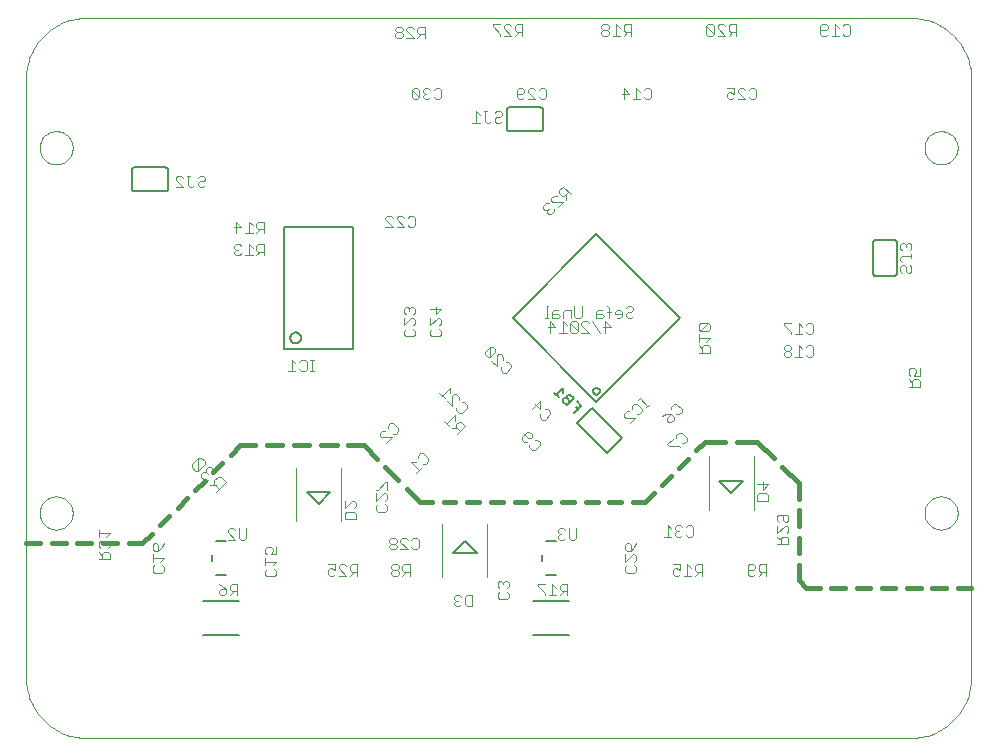
<source format=gbo>
G75*
G70*
%OFA0B0*%
%FSLAX24Y24*%
%IPPOS*%
%LPD*%
%AMOC8*
5,1,8,0,0,1.08239X$1,22.5*
%
%ADD10C,0.0000*%
%ADD11C,0.0160*%
%ADD12C,0.0030*%
%ADD13C,0.0050*%
%ADD14C,0.0040*%
%ADD15C,0.0080*%
%ADD16C,0.0070*%
%ADD17C,0.0060*%
D10*
X011180Y009430D02*
X011180Y029430D01*
X011182Y029525D01*
X011189Y029620D01*
X011200Y029715D01*
X011216Y029809D01*
X011236Y029902D01*
X011261Y029993D01*
X011290Y030084D01*
X011323Y030173D01*
X011361Y030261D01*
X011402Y030346D01*
X011448Y030430D01*
X011497Y030511D01*
X011551Y030590D01*
X011608Y030666D01*
X011669Y030740D01*
X011733Y030810D01*
X011800Y030877D01*
X011870Y030941D01*
X011944Y031002D01*
X012020Y031059D01*
X012099Y031113D01*
X012180Y031162D01*
X012264Y031208D01*
X012349Y031249D01*
X012437Y031287D01*
X012526Y031320D01*
X012617Y031349D01*
X012708Y031374D01*
X012801Y031394D01*
X012895Y031410D01*
X012990Y031421D01*
X013085Y031428D01*
X013180Y031430D01*
X040679Y031430D01*
X040774Y031428D01*
X040869Y031421D01*
X040964Y031410D01*
X041057Y031394D01*
X041150Y031374D01*
X041242Y031349D01*
X041333Y031320D01*
X041422Y031287D01*
X041510Y031249D01*
X041596Y031208D01*
X041679Y031162D01*
X041760Y031112D01*
X041839Y031059D01*
X041915Y031002D01*
X041989Y030941D01*
X042059Y030877D01*
X042127Y030810D01*
X042191Y030740D01*
X042251Y030666D01*
X042308Y030590D01*
X042362Y030511D01*
X042411Y030430D01*
X042457Y030346D01*
X042498Y030261D01*
X042536Y030173D01*
X042569Y030084D01*
X042598Y029993D01*
X042623Y029901D01*
X042643Y029808D01*
X042659Y029714D01*
X042670Y029620D01*
X042677Y029525D01*
X042679Y029429D01*
X042679Y029430D02*
X042673Y009430D01*
X042671Y009335D01*
X042664Y009240D01*
X042653Y009146D01*
X042637Y009052D01*
X042617Y008959D01*
X042592Y008867D01*
X042563Y008776D01*
X042530Y008687D01*
X042492Y008599D01*
X042451Y008514D01*
X042405Y008430D01*
X042356Y008349D01*
X042302Y008270D01*
X042245Y008194D01*
X042185Y008120D01*
X042121Y008050D01*
X042053Y007983D01*
X041983Y007919D01*
X041909Y007858D01*
X041833Y007801D01*
X041754Y007748D01*
X041673Y007698D01*
X041590Y007652D01*
X041504Y007611D01*
X041416Y007573D01*
X041327Y007540D01*
X041237Y007511D01*
X041145Y007486D01*
X041052Y007466D01*
X040958Y007450D01*
X040863Y007439D01*
X040768Y007432D01*
X040673Y007430D01*
X013180Y007430D01*
X013085Y007432D01*
X012990Y007439D01*
X012895Y007450D01*
X012801Y007466D01*
X012708Y007486D01*
X012617Y007511D01*
X012526Y007540D01*
X012437Y007573D01*
X012349Y007611D01*
X012264Y007652D01*
X012180Y007698D01*
X012099Y007747D01*
X012020Y007801D01*
X011944Y007858D01*
X011870Y007919D01*
X011800Y007983D01*
X011733Y008050D01*
X011669Y008120D01*
X011608Y008194D01*
X011551Y008270D01*
X011497Y008349D01*
X011448Y008430D01*
X011402Y008514D01*
X011361Y008599D01*
X011323Y008687D01*
X011290Y008776D01*
X011261Y008867D01*
X011236Y008958D01*
X011216Y009051D01*
X011200Y009145D01*
X011189Y009240D01*
X011182Y009335D01*
X011180Y009430D01*
X011629Y014930D02*
X011631Y014977D01*
X011637Y015023D01*
X011647Y015069D01*
X011660Y015114D01*
X011678Y015157D01*
X011699Y015199D01*
X011723Y015239D01*
X011751Y015276D01*
X011782Y015311D01*
X011816Y015344D01*
X011852Y015373D01*
X011891Y015399D01*
X011932Y015422D01*
X011975Y015441D01*
X012019Y015457D01*
X012064Y015469D01*
X012110Y015477D01*
X012157Y015481D01*
X012203Y015481D01*
X012250Y015477D01*
X012296Y015469D01*
X012341Y015457D01*
X012385Y015441D01*
X012428Y015422D01*
X012469Y015399D01*
X012508Y015373D01*
X012544Y015344D01*
X012578Y015311D01*
X012609Y015276D01*
X012637Y015239D01*
X012661Y015199D01*
X012682Y015157D01*
X012700Y015114D01*
X012713Y015069D01*
X012723Y015023D01*
X012729Y014977D01*
X012731Y014930D01*
X012729Y014883D01*
X012723Y014837D01*
X012713Y014791D01*
X012700Y014746D01*
X012682Y014703D01*
X012661Y014661D01*
X012637Y014621D01*
X012609Y014584D01*
X012578Y014549D01*
X012544Y014516D01*
X012508Y014487D01*
X012469Y014461D01*
X012428Y014438D01*
X012385Y014419D01*
X012341Y014403D01*
X012296Y014391D01*
X012250Y014383D01*
X012203Y014379D01*
X012157Y014379D01*
X012110Y014383D01*
X012064Y014391D01*
X012019Y014403D01*
X011975Y014419D01*
X011932Y014438D01*
X011891Y014461D01*
X011852Y014487D01*
X011816Y014516D01*
X011782Y014549D01*
X011751Y014584D01*
X011723Y014621D01*
X011699Y014661D01*
X011678Y014703D01*
X011660Y014746D01*
X011647Y014791D01*
X011637Y014837D01*
X011631Y014883D01*
X011629Y014930D01*
X011629Y027103D02*
X011631Y027150D01*
X011637Y027196D01*
X011647Y027242D01*
X011660Y027287D01*
X011678Y027330D01*
X011699Y027372D01*
X011723Y027412D01*
X011751Y027449D01*
X011782Y027484D01*
X011816Y027517D01*
X011852Y027546D01*
X011891Y027572D01*
X011932Y027595D01*
X011975Y027614D01*
X012019Y027630D01*
X012064Y027642D01*
X012110Y027650D01*
X012157Y027654D01*
X012203Y027654D01*
X012250Y027650D01*
X012296Y027642D01*
X012341Y027630D01*
X012385Y027614D01*
X012428Y027595D01*
X012469Y027572D01*
X012508Y027546D01*
X012544Y027517D01*
X012578Y027484D01*
X012609Y027449D01*
X012637Y027412D01*
X012661Y027372D01*
X012682Y027330D01*
X012700Y027287D01*
X012713Y027242D01*
X012723Y027196D01*
X012729Y027150D01*
X012731Y027103D01*
X012729Y027056D01*
X012723Y027010D01*
X012713Y026964D01*
X012700Y026919D01*
X012682Y026876D01*
X012661Y026834D01*
X012637Y026794D01*
X012609Y026757D01*
X012578Y026722D01*
X012544Y026689D01*
X012508Y026660D01*
X012469Y026634D01*
X012428Y026611D01*
X012385Y026592D01*
X012341Y026576D01*
X012296Y026564D01*
X012250Y026556D01*
X012203Y026552D01*
X012157Y026552D01*
X012110Y026556D01*
X012064Y026564D01*
X012019Y026576D01*
X011975Y026592D01*
X011932Y026611D01*
X011891Y026634D01*
X011852Y026660D01*
X011816Y026689D01*
X011782Y026722D01*
X011751Y026757D01*
X011723Y026794D01*
X011699Y026834D01*
X011678Y026876D01*
X011660Y026919D01*
X011647Y026964D01*
X011637Y027010D01*
X011631Y027056D01*
X011629Y027103D01*
X041125Y027103D02*
X041127Y027150D01*
X041133Y027196D01*
X041143Y027242D01*
X041156Y027287D01*
X041174Y027330D01*
X041195Y027372D01*
X041219Y027412D01*
X041247Y027449D01*
X041278Y027484D01*
X041312Y027517D01*
X041348Y027546D01*
X041387Y027572D01*
X041428Y027595D01*
X041471Y027614D01*
X041515Y027630D01*
X041560Y027642D01*
X041606Y027650D01*
X041653Y027654D01*
X041699Y027654D01*
X041746Y027650D01*
X041792Y027642D01*
X041837Y027630D01*
X041881Y027614D01*
X041924Y027595D01*
X041965Y027572D01*
X042004Y027546D01*
X042040Y027517D01*
X042074Y027484D01*
X042105Y027449D01*
X042133Y027412D01*
X042157Y027372D01*
X042178Y027330D01*
X042196Y027287D01*
X042209Y027242D01*
X042219Y027196D01*
X042225Y027150D01*
X042227Y027103D01*
X042225Y027056D01*
X042219Y027010D01*
X042209Y026964D01*
X042196Y026919D01*
X042178Y026876D01*
X042157Y026834D01*
X042133Y026794D01*
X042105Y026757D01*
X042074Y026722D01*
X042040Y026689D01*
X042004Y026660D01*
X041965Y026634D01*
X041924Y026611D01*
X041881Y026592D01*
X041837Y026576D01*
X041792Y026564D01*
X041746Y026556D01*
X041699Y026552D01*
X041653Y026552D01*
X041606Y026556D01*
X041560Y026564D01*
X041515Y026576D01*
X041471Y026592D01*
X041428Y026611D01*
X041387Y026634D01*
X041348Y026660D01*
X041312Y026689D01*
X041278Y026722D01*
X041247Y026757D01*
X041219Y026794D01*
X041195Y026834D01*
X041174Y026876D01*
X041156Y026919D01*
X041143Y026964D01*
X041133Y027010D01*
X041127Y027056D01*
X041125Y027103D01*
X041125Y014930D02*
X041127Y014977D01*
X041133Y015023D01*
X041143Y015069D01*
X041156Y015114D01*
X041174Y015157D01*
X041195Y015199D01*
X041219Y015239D01*
X041247Y015276D01*
X041278Y015311D01*
X041312Y015344D01*
X041348Y015373D01*
X041387Y015399D01*
X041428Y015422D01*
X041471Y015441D01*
X041515Y015457D01*
X041560Y015469D01*
X041606Y015477D01*
X041653Y015481D01*
X041699Y015481D01*
X041746Y015477D01*
X041792Y015469D01*
X041837Y015457D01*
X041881Y015441D01*
X041924Y015422D01*
X041965Y015399D01*
X042004Y015373D01*
X042040Y015344D01*
X042074Y015311D01*
X042105Y015276D01*
X042133Y015239D01*
X042157Y015199D01*
X042178Y015157D01*
X042196Y015114D01*
X042209Y015069D01*
X042219Y015023D01*
X042225Y014977D01*
X042227Y014930D01*
X042225Y014883D01*
X042219Y014837D01*
X042209Y014791D01*
X042196Y014746D01*
X042178Y014703D01*
X042157Y014661D01*
X042133Y014621D01*
X042105Y014584D01*
X042074Y014549D01*
X042040Y014516D01*
X042004Y014487D01*
X041965Y014461D01*
X041924Y014438D01*
X041881Y014419D01*
X041837Y014403D01*
X041792Y014391D01*
X041746Y014383D01*
X041699Y014379D01*
X041653Y014379D01*
X041606Y014383D01*
X041560Y014391D01*
X041515Y014403D01*
X041471Y014419D01*
X041428Y014438D01*
X041387Y014461D01*
X041348Y014487D01*
X041312Y014516D01*
X041278Y014549D01*
X041247Y014584D01*
X041219Y014621D01*
X041195Y014661D01*
X041174Y014703D01*
X041156Y014746D01*
X041143Y014791D01*
X041133Y014837D01*
X041127Y014883D01*
X041125Y014930D01*
D11*
X040996Y012430D02*
X040548Y012430D01*
X040154Y012430D02*
X039706Y012430D01*
X039312Y012430D02*
X038864Y012430D01*
X038470Y012430D02*
X038022Y012430D01*
X037628Y012430D02*
X037180Y012430D01*
X036930Y012680D01*
X036930Y013197D01*
X036930Y013591D02*
X036930Y014108D01*
X036930Y014502D02*
X036930Y015019D01*
X036930Y015413D02*
X036930Y015930D01*
X036382Y016478D01*
X036103Y016757D02*
X035555Y017305D01*
X034877Y017305D01*
X034483Y017305D02*
X033805Y017305D01*
X033514Y017014D01*
X033235Y016735D02*
X032944Y016444D01*
X032666Y016166D02*
X032375Y015875D01*
X032096Y015596D02*
X031805Y015305D01*
X031409Y015305D01*
X031016Y015305D02*
X030620Y015305D01*
X030226Y015305D02*
X029831Y015305D01*
X029437Y015305D02*
X029041Y015305D01*
X028648Y015305D02*
X028252Y015305D01*
X027858Y015305D02*
X027462Y015305D01*
X027069Y015305D02*
X026673Y015305D01*
X026279Y015305D02*
X025884Y015305D01*
X025490Y015305D02*
X025094Y015305D01*
X024701Y015305D02*
X024305Y015305D01*
X023866Y015744D01*
X023587Y016023D02*
X023148Y016462D01*
X022869Y016741D02*
X022430Y017180D01*
X021920Y017180D01*
X021526Y017180D02*
X021016Y017180D01*
X020623Y017180D02*
X020112Y017180D01*
X019719Y017180D02*
X019209Y017180D01*
X018815Y017180D02*
X018305Y017180D01*
X017995Y016870D01*
X017717Y016592D02*
X017407Y016282D01*
X017129Y016004D02*
X016819Y015694D01*
X016541Y015416D02*
X016231Y015106D01*
X015953Y014828D02*
X015643Y014518D01*
X015365Y014240D02*
X015055Y013930D01*
X014595Y013930D01*
X014201Y013930D02*
X013741Y013930D01*
X013348Y013930D02*
X012887Y013930D01*
X012494Y013930D02*
X012034Y013930D01*
X011640Y013930D02*
X011180Y013930D01*
X041390Y012430D02*
X041838Y012430D01*
X042232Y012430D02*
X042680Y012430D01*
D12*
X036590Y013895D02*
X036590Y014080D01*
X036529Y014142D01*
X036405Y014142D01*
X036343Y014080D01*
X036343Y013895D01*
X036220Y013895D02*
X036590Y013895D01*
X036343Y014018D02*
X036220Y014142D01*
X036220Y014263D02*
X036467Y014510D01*
X036529Y014510D01*
X036590Y014448D01*
X036590Y014325D01*
X036529Y014263D01*
X036220Y014263D02*
X036220Y014510D01*
X036282Y014632D02*
X036220Y014693D01*
X036220Y014817D01*
X036282Y014879D01*
X036529Y014879D01*
X036590Y014817D01*
X036590Y014693D01*
X036529Y014632D01*
X036467Y014632D01*
X036405Y014693D01*
X036405Y014879D01*
X035915Y015345D02*
X035915Y015530D01*
X035854Y015592D01*
X035607Y015592D01*
X035545Y015530D01*
X035545Y015345D01*
X035915Y015345D01*
X035730Y015713D02*
X035730Y015960D01*
X035545Y015898D02*
X035915Y015898D01*
X035730Y015713D01*
X033420Y014454D02*
X033420Y014207D01*
X033358Y014145D01*
X033235Y014145D01*
X033173Y014207D01*
X033052Y014207D02*
X032990Y014145D01*
X032866Y014145D01*
X032805Y014207D01*
X032805Y014268D01*
X032866Y014330D01*
X032928Y014330D01*
X032866Y014330D02*
X032805Y014392D01*
X032805Y014454D01*
X032866Y014515D01*
X032990Y014515D01*
X033052Y014454D01*
X033173Y014454D02*
X033235Y014515D01*
X033358Y014515D01*
X033420Y014454D01*
X032683Y014392D02*
X032560Y014515D01*
X032560Y014145D01*
X032683Y014145D02*
X032436Y014145D01*
X031515Y013924D02*
X031454Y013800D01*
X031330Y013677D01*
X031330Y013862D01*
X031268Y013924D01*
X031207Y013924D01*
X031145Y013862D01*
X031145Y013738D01*
X031207Y013677D01*
X031330Y013677D01*
X031392Y013555D02*
X031454Y013555D01*
X031515Y013494D01*
X031515Y013370D01*
X031454Y013308D01*
X031454Y013187D02*
X031515Y013125D01*
X031515Y013002D01*
X031454Y012940D01*
X031207Y012940D01*
X031145Y013002D01*
X031145Y013125D01*
X031207Y013187D01*
X031145Y013308D02*
X031392Y013555D01*
X031145Y013555D02*
X031145Y013308D01*
X032731Y013215D02*
X032978Y013215D01*
X032978Y013030D01*
X032855Y013092D01*
X032793Y013092D01*
X032731Y013030D01*
X032731Y012907D01*
X032793Y012845D01*
X032917Y012845D01*
X032978Y012907D01*
X033100Y012845D02*
X033347Y012845D01*
X033468Y012845D02*
X033592Y012968D01*
X033530Y012968D02*
X033715Y012968D01*
X033715Y012845D02*
X033715Y013215D01*
X033530Y013215D01*
X033468Y013154D01*
X033468Y013030D01*
X033530Y012968D01*
X033347Y013092D02*
X033223Y013215D01*
X033223Y012845D01*
X035225Y012907D02*
X035225Y013154D01*
X035287Y013215D01*
X035410Y013215D01*
X035472Y013154D01*
X035472Y013092D01*
X035410Y013030D01*
X035225Y013030D01*
X035225Y012907D02*
X035287Y012845D01*
X035410Y012845D01*
X035472Y012907D01*
X035593Y012845D02*
X035717Y012968D01*
X035655Y012968D02*
X035840Y012968D01*
X035840Y012845D02*
X035840Y013215D01*
X035655Y013215D01*
X035593Y013154D01*
X035593Y013030D01*
X035655Y012968D01*
X032987Y017127D02*
X032944Y017171D01*
X032595Y017171D01*
X032551Y017215D01*
X032726Y017389D01*
X032855Y017431D02*
X032855Y017519D01*
X032942Y017606D01*
X033030Y017606D01*
X033204Y017431D01*
X033204Y017344D01*
X033117Y017257D01*
X033030Y017257D01*
X032682Y017955D02*
X032594Y017955D01*
X032551Y017999D01*
X032551Y018086D01*
X032682Y018217D01*
X032769Y018130D01*
X032769Y018043D01*
X032682Y017955D01*
X032682Y018217D02*
X032507Y018217D01*
X032376Y018174D01*
X032680Y018390D02*
X032680Y018478D01*
X032768Y018565D01*
X032855Y018565D01*
X033029Y018390D01*
X033029Y018303D01*
X032942Y018216D01*
X032855Y018216D01*
X033595Y020270D02*
X033965Y020270D01*
X033965Y020455D01*
X033904Y020517D01*
X033780Y020517D01*
X033718Y020455D01*
X033718Y020270D01*
X033718Y020393D02*
X033595Y020517D01*
X033595Y020638D02*
X033595Y020885D01*
X033595Y020762D02*
X033965Y020762D01*
X033842Y020638D01*
X033904Y021007D02*
X033657Y021007D01*
X033904Y021254D01*
X033657Y021254D01*
X033595Y021192D01*
X033595Y021068D01*
X033657Y021007D01*
X033904Y021007D02*
X033965Y021068D01*
X033965Y021192D01*
X033904Y021254D01*
X036436Y021265D02*
X036436Y021204D01*
X036683Y020957D01*
X036683Y020895D01*
X036805Y020895D02*
X037052Y020895D01*
X036928Y020895D02*
X036928Y021265D01*
X037052Y021142D01*
X037173Y021204D02*
X037235Y021265D01*
X037358Y021265D01*
X037420Y021204D01*
X037420Y020957D01*
X037358Y020895D01*
X037235Y020895D01*
X037173Y020957D01*
X037235Y020515D02*
X037358Y020515D01*
X037420Y020454D01*
X037420Y020207D01*
X037358Y020145D01*
X037235Y020145D01*
X037173Y020207D01*
X037052Y020145D02*
X036805Y020145D01*
X036928Y020145D02*
X036928Y020515D01*
X037052Y020392D01*
X037173Y020454D02*
X037235Y020515D01*
X036683Y020454D02*
X036683Y020392D01*
X036622Y020330D01*
X036498Y020330D01*
X036436Y020268D01*
X036436Y020207D01*
X036498Y020145D01*
X036622Y020145D01*
X036683Y020207D01*
X036683Y020268D01*
X036622Y020330D01*
X036498Y020330D02*
X036436Y020392D01*
X036436Y020454D01*
X036498Y020515D01*
X036622Y020515D01*
X036683Y020454D01*
X036683Y021265D02*
X036436Y021265D01*
X040320Y023007D02*
X040382Y022945D01*
X040320Y023007D02*
X040320Y023130D01*
X040382Y023192D01*
X040443Y023192D01*
X040505Y023130D01*
X040505Y023007D01*
X040567Y022945D01*
X040629Y022945D01*
X040690Y023007D01*
X040690Y023130D01*
X040629Y023192D01*
X040690Y023437D02*
X040690Y023560D01*
X040690Y023498D02*
X040382Y023498D01*
X040320Y023437D01*
X040320Y023375D01*
X040382Y023313D01*
X040382Y023682D02*
X040320Y023743D01*
X040320Y023867D01*
X040382Y023929D01*
X040443Y023929D01*
X040505Y023867D01*
X040505Y023805D01*
X040505Y023867D02*
X040567Y023929D01*
X040629Y023929D01*
X040690Y023867D01*
X040690Y023743D01*
X040629Y023682D01*
X040657Y019760D02*
X040595Y019698D01*
X040595Y019575D01*
X040657Y019513D01*
X040780Y019513D02*
X040842Y019637D01*
X040842Y019698D01*
X040780Y019760D01*
X040657Y019760D01*
X040780Y019513D02*
X040965Y019513D01*
X040965Y019760D01*
X040904Y019392D02*
X040780Y019392D01*
X040718Y019330D01*
X040718Y019145D01*
X040595Y019145D02*
X040965Y019145D01*
X040965Y019330D01*
X040904Y019392D01*
X040718Y019268D02*
X040595Y019392D01*
X031415Y021507D02*
X031353Y021445D01*
X031230Y021445D01*
X031168Y021507D01*
X031168Y021568D01*
X031230Y021630D01*
X031353Y021630D01*
X031415Y021692D01*
X031415Y021754D01*
X031353Y021815D01*
X031230Y021815D01*
X031168Y021754D01*
X031047Y021630D02*
X030985Y021692D01*
X030862Y021692D01*
X030800Y021630D01*
X030800Y021568D01*
X031047Y021568D01*
X031047Y021507D02*
X031047Y021630D01*
X031047Y021507D02*
X030985Y021445D01*
X030862Y021445D01*
X030617Y021445D02*
X030617Y021754D01*
X030555Y021815D01*
X030555Y021630D02*
X030678Y021630D01*
X030433Y021507D02*
X030371Y021568D01*
X030186Y021568D01*
X030186Y021630D02*
X030186Y021445D01*
X030371Y021445D01*
X030433Y021507D01*
X030371Y021692D02*
X030248Y021692D01*
X030186Y021630D01*
X030050Y021315D02*
X030297Y020945D01*
X030480Y020945D02*
X030480Y021315D01*
X030665Y021130D01*
X030418Y021130D01*
X029928Y021254D02*
X029867Y021315D01*
X029743Y021315D01*
X029681Y021254D01*
X029681Y021192D01*
X029928Y020945D01*
X029681Y020945D01*
X029560Y021007D02*
X029313Y021254D01*
X029313Y021007D01*
X029375Y020945D01*
X029498Y020945D01*
X029560Y021007D01*
X029560Y021254D01*
X029498Y021315D01*
X029375Y021315D01*
X029313Y021254D01*
X029192Y021192D02*
X029068Y021315D01*
X029068Y020945D01*
X028945Y020945D02*
X029192Y020945D01*
X028823Y021130D02*
X028577Y021130D01*
X028638Y020945D02*
X028638Y021315D01*
X028823Y021130D01*
X028898Y021445D02*
X028960Y021507D01*
X028898Y021568D01*
X028713Y021568D01*
X028713Y021630D02*
X028713Y021445D01*
X028898Y021445D01*
X029081Y021445D02*
X029081Y021630D01*
X029143Y021692D01*
X029328Y021692D01*
X029328Y021445D01*
X029449Y021507D02*
X029449Y021815D01*
X029696Y021815D02*
X029696Y021507D01*
X029634Y021445D01*
X029511Y021445D01*
X029449Y021507D01*
X028898Y021692D02*
X028774Y021692D01*
X028713Y021630D01*
X028591Y021445D02*
X028468Y021445D01*
X028530Y021445D02*
X028530Y021815D01*
X028591Y021815D01*
X026824Y020388D02*
X026736Y020475D01*
X026649Y020475D01*
X026649Y020126D01*
X026562Y020126D01*
X026474Y020214D01*
X026474Y020301D01*
X026649Y020475D01*
X026824Y020388D02*
X026824Y020301D01*
X026649Y020126D01*
X026691Y019997D02*
X026866Y019822D01*
X026866Y020171D01*
X026909Y020215D01*
X026997Y020215D01*
X027084Y020128D01*
X027084Y020040D01*
X027170Y019955D02*
X027257Y019955D01*
X027344Y019867D01*
X027344Y019780D01*
X027170Y019605D01*
X027083Y019605D01*
X026995Y019693D01*
X026995Y019780D01*
X028128Y018568D02*
X028303Y018394D01*
X028303Y018655D01*
X028041Y018394D01*
X028302Y018220D02*
X028302Y018133D01*
X028389Y018046D01*
X028476Y018046D01*
X028651Y018220D01*
X028651Y018308D01*
X028563Y018395D01*
X028476Y018395D01*
X027956Y017640D02*
X028043Y017553D01*
X028043Y017465D01*
X027999Y017422D01*
X027912Y017422D01*
X027781Y017553D01*
X027869Y017640D02*
X027956Y017640D01*
X027869Y017640D02*
X027694Y017465D01*
X027694Y017378D01*
X027781Y017291D01*
X027869Y017291D01*
X027954Y017205D02*
X027954Y017117D01*
X028042Y017030D01*
X028129Y017030D01*
X028304Y017205D01*
X028304Y017292D01*
X028216Y017379D01*
X028129Y017379D01*
X025810Y017839D02*
X025548Y017577D01*
X025635Y017664D02*
X025504Y017795D01*
X025504Y017882D01*
X025592Y017970D01*
X025679Y017970D01*
X025810Y017839D01*
X025548Y017751D02*
X025373Y017751D01*
X025288Y017837D02*
X025113Y018012D01*
X025200Y017925D02*
X025462Y018186D01*
X025462Y018012D01*
X025604Y018270D02*
X025517Y018358D01*
X025517Y018445D01*
X025388Y018487D02*
X025388Y018836D01*
X025431Y018880D01*
X025519Y018880D01*
X025606Y018793D01*
X025606Y018705D01*
X025692Y018619D02*
X025779Y018619D01*
X025866Y018532D01*
X025866Y018445D01*
X025692Y018270D01*
X025604Y018270D01*
X025388Y018487D02*
X025213Y018662D01*
X025127Y018748D02*
X024953Y018922D01*
X025040Y018835D02*
X025302Y019097D01*
X025302Y018922D01*
X024954Y020815D02*
X024707Y020815D01*
X024645Y020877D01*
X024645Y021000D01*
X024707Y021062D01*
X024645Y021183D02*
X024892Y021430D01*
X024954Y021430D01*
X025015Y021369D01*
X025015Y021245D01*
X024954Y021183D01*
X024954Y021062D02*
X025015Y021000D01*
X025015Y020877D01*
X024954Y020815D01*
X024645Y021183D02*
X024645Y021430D01*
X024830Y021552D02*
X024830Y021799D01*
X024645Y021737D02*
X025015Y021737D01*
X024830Y021552D01*
X024140Y021613D02*
X024140Y021737D01*
X024079Y021799D01*
X024017Y021799D01*
X023955Y021737D01*
X023893Y021799D01*
X023832Y021799D01*
X023770Y021737D01*
X023770Y021613D01*
X023832Y021552D01*
X023770Y021430D02*
X023770Y021183D01*
X024017Y021430D01*
X024079Y021430D01*
X024140Y021369D01*
X024140Y021245D01*
X024079Y021183D01*
X024079Y021062D02*
X024140Y021000D01*
X024140Y020877D01*
X024079Y020815D01*
X023832Y020815D01*
X023770Y020877D01*
X023770Y021000D01*
X023832Y021062D01*
X024079Y021552D02*
X024140Y021613D01*
X023955Y021675D02*
X023955Y021737D01*
X020772Y020040D02*
X020649Y020040D01*
X020710Y020040D02*
X020710Y019670D01*
X020649Y019670D02*
X020772Y019670D01*
X020527Y019732D02*
X020465Y019670D01*
X020341Y019670D01*
X020280Y019732D01*
X020158Y019670D02*
X019911Y019670D01*
X020035Y019670D02*
X020035Y020040D01*
X020158Y019917D01*
X020280Y019979D02*
X020341Y020040D01*
X020465Y020040D01*
X020527Y019979D01*
X020527Y019732D01*
X023231Y017841D02*
X023318Y017929D01*
X023405Y017929D01*
X023580Y017754D01*
X023580Y017667D01*
X023493Y017579D01*
X023405Y017579D01*
X023363Y017450D02*
X023014Y017450D01*
X022970Y017494D01*
X022970Y017581D01*
X023058Y017668D01*
X023145Y017668D01*
X023231Y017754D02*
X023231Y017841D01*
X023363Y017450D02*
X023188Y017275D01*
X024014Y016624D02*
X024276Y016363D01*
X024363Y016450D02*
X024188Y016275D01*
X024188Y016624D02*
X024014Y016624D01*
X024231Y016754D02*
X024231Y016841D01*
X024318Y016929D01*
X024405Y016929D01*
X024580Y016754D01*
X024580Y016667D01*
X024493Y016579D01*
X024405Y016579D01*
X023215Y015954D02*
X023215Y015707D01*
X023154Y015585D02*
X023215Y015523D01*
X023215Y015400D01*
X023154Y015338D01*
X023154Y015217D02*
X023215Y015155D01*
X023215Y015032D01*
X023154Y014970D01*
X022907Y014970D01*
X022845Y015032D01*
X022845Y015155D01*
X022907Y015217D01*
X022845Y015338D02*
X023092Y015585D01*
X023154Y015585D01*
X022907Y015707D02*
X023154Y015954D01*
X023215Y015954D01*
X022907Y015707D02*
X022845Y015707D01*
X022845Y015585D02*
X022845Y015338D01*
X022165Y015273D02*
X022165Y015150D01*
X022104Y015088D01*
X022104Y014967D02*
X021857Y014967D01*
X021795Y014905D01*
X021795Y014720D01*
X022165Y014720D01*
X022165Y014905D01*
X022104Y014967D01*
X022165Y015273D02*
X022104Y015335D01*
X022042Y015335D01*
X021795Y015088D01*
X021795Y015335D01*
X023281Y014029D02*
X023281Y013967D01*
X023343Y013905D01*
X023467Y013905D01*
X023528Y013967D01*
X023528Y014029D01*
X023467Y014090D01*
X023343Y014090D01*
X023281Y014029D01*
X023343Y013905D02*
X023281Y013843D01*
X023281Y013782D01*
X023343Y013720D01*
X023467Y013720D01*
X023528Y013782D01*
X023528Y013843D01*
X023467Y013905D01*
X023650Y013967D02*
X023650Y014029D01*
X023712Y014090D01*
X023835Y014090D01*
X023897Y014029D01*
X024018Y014029D02*
X024080Y014090D01*
X024203Y014090D01*
X024265Y014029D01*
X024265Y013782D01*
X024203Y013720D01*
X024080Y013720D01*
X024018Y013782D01*
X023897Y013720D02*
X023650Y013967D01*
X023650Y013720D02*
X023897Y013720D01*
X023965Y013215D02*
X023780Y013215D01*
X023718Y013154D01*
X023718Y013030D01*
X023780Y012968D01*
X023965Y012968D01*
X023965Y012845D02*
X023965Y013215D01*
X023842Y012968D02*
X023718Y012845D01*
X023597Y012907D02*
X023597Y012968D01*
X023535Y013030D01*
X023412Y013030D01*
X023350Y012968D01*
X023350Y012907D01*
X023412Y012845D01*
X023535Y012845D01*
X023597Y012907D01*
X023535Y013030D02*
X023597Y013092D01*
X023597Y013154D01*
X023535Y013215D01*
X023412Y013215D01*
X023350Y013154D01*
X023350Y013092D01*
X023412Y013030D01*
X022215Y012968D02*
X022030Y012968D01*
X021968Y013030D01*
X021968Y013154D01*
X022030Y013215D01*
X022215Y013215D01*
X022215Y012845D01*
X022092Y012968D02*
X021968Y012845D01*
X021847Y012845D02*
X021600Y013092D01*
X021600Y013154D01*
X021662Y013215D01*
X021785Y013215D01*
X021847Y013154D01*
X021847Y012845D02*
X021600Y012845D01*
X021478Y012907D02*
X021417Y012845D01*
X021293Y012845D01*
X021231Y012907D01*
X021231Y013030D01*
X021293Y013092D01*
X021355Y013092D01*
X021478Y013030D01*
X021478Y013215D01*
X021231Y013215D01*
X019515Y013307D02*
X019145Y013307D01*
X019145Y013430D02*
X019145Y013183D01*
X019207Y013062D02*
X019145Y013000D01*
X019145Y012877D01*
X019207Y012815D01*
X019454Y012815D01*
X019515Y012877D01*
X019515Y013000D01*
X019454Y013062D01*
X019392Y013183D02*
X019515Y013307D01*
X019515Y013552D02*
X019330Y013552D01*
X019392Y013675D01*
X019392Y013737D01*
X019330Y013799D01*
X019207Y013799D01*
X019145Y013737D01*
X019145Y013613D01*
X019207Y013552D01*
X019515Y013552D02*
X019515Y013799D01*
X018515Y014107D02*
X018515Y014415D01*
X018268Y014415D02*
X018268Y014107D01*
X018330Y014045D01*
X018453Y014045D01*
X018515Y014107D01*
X018147Y014045D02*
X017900Y014292D01*
X017900Y014354D01*
X017962Y014415D01*
X018085Y014415D01*
X018147Y014354D01*
X018147Y014045D02*
X017900Y014045D01*
X018030Y012565D02*
X017968Y012504D01*
X017968Y012380D01*
X018030Y012318D01*
X018215Y012318D01*
X018215Y012195D02*
X018215Y012565D01*
X018030Y012565D01*
X018092Y012318D02*
X017968Y012195D01*
X017847Y012257D02*
X017785Y012195D01*
X017662Y012195D01*
X017600Y012257D01*
X017600Y012318D01*
X017662Y012380D01*
X017847Y012380D01*
X017847Y012257D01*
X017847Y012380D02*
X017723Y012504D01*
X017600Y012565D01*
X015765Y013002D02*
X015704Y012940D01*
X015457Y012940D01*
X015395Y013002D01*
X015395Y013125D01*
X015457Y013187D01*
X015395Y013308D02*
X015395Y013555D01*
X015395Y013432D02*
X015765Y013432D01*
X015642Y013308D01*
X015704Y013187D02*
X015765Y013125D01*
X015765Y013002D01*
X015580Y013677D02*
X015580Y013862D01*
X015518Y013924D01*
X015457Y013924D01*
X015395Y013862D01*
X015395Y013738D01*
X015457Y013677D01*
X015580Y013677D01*
X015704Y013800D01*
X015765Y013924D01*
X013965Y013944D02*
X013965Y013820D01*
X013904Y013758D01*
X013904Y013637D02*
X013780Y013637D01*
X013718Y013575D01*
X013718Y013390D01*
X013595Y013390D02*
X013965Y013390D01*
X013965Y013575D01*
X013904Y013637D01*
X013718Y013513D02*
X013595Y013637D01*
X013657Y013758D02*
X013595Y013820D01*
X013595Y013944D01*
X013657Y014005D01*
X013718Y014005D01*
X013780Y013944D01*
X013780Y013882D01*
X013780Y013944D02*
X013842Y014005D01*
X013904Y014005D01*
X013965Y013944D01*
X013842Y014127D02*
X013965Y014250D01*
X013595Y014250D01*
X013595Y014127D02*
X013595Y014374D01*
X025436Y012129D02*
X025436Y012067D01*
X025498Y012005D01*
X025436Y011943D01*
X025436Y011882D01*
X025498Y011820D01*
X025622Y011820D01*
X025683Y011882D01*
X025805Y011882D02*
X025805Y012129D01*
X025866Y012190D01*
X026052Y012190D01*
X026052Y011820D01*
X025866Y011820D01*
X025805Y011882D01*
X025560Y012005D02*
X025498Y012005D01*
X025436Y012129D02*
X025498Y012190D01*
X025622Y012190D01*
X025683Y012129D01*
X026895Y012120D02*
X026895Y012244D01*
X026957Y012305D01*
X026957Y012427D02*
X026895Y012488D01*
X026895Y012612D01*
X026957Y012674D01*
X027018Y012674D01*
X027080Y012612D01*
X027080Y012550D01*
X027080Y012612D02*
X027142Y012674D01*
X027204Y012674D01*
X027265Y012612D01*
X027265Y012488D01*
X027204Y012427D01*
X027204Y012305D02*
X027265Y012244D01*
X027265Y012120D01*
X027204Y012058D01*
X026957Y012058D01*
X026895Y012120D01*
X028231Y012504D02*
X028478Y012257D01*
X028478Y012195D01*
X028600Y012195D02*
X028847Y012195D01*
X028968Y012195D02*
X029092Y012318D01*
X029030Y012318D02*
X029215Y012318D01*
X029215Y012195D02*
X029215Y012565D01*
X029030Y012565D01*
X028968Y012504D01*
X028968Y012380D01*
X029030Y012318D01*
X028847Y012442D02*
X028723Y012565D01*
X028723Y012195D01*
X028478Y012565D02*
X028231Y012565D01*
X028231Y012504D01*
X028962Y014045D02*
X029085Y014045D01*
X029147Y014107D01*
X029268Y014107D02*
X029268Y014415D01*
X029147Y014354D02*
X029085Y014415D01*
X028962Y014415D01*
X028900Y014354D01*
X028900Y014292D01*
X028962Y014230D01*
X028900Y014168D01*
X028900Y014107D01*
X028962Y014045D01*
X028962Y014230D02*
X029023Y014230D01*
X029268Y014107D02*
X029330Y014045D01*
X029453Y014045D01*
X029515Y014107D01*
X029515Y014415D01*
X019095Y023520D02*
X019095Y023890D01*
X018910Y023890D01*
X018848Y023829D01*
X018848Y023705D01*
X018910Y023643D01*
X019095Y023643D01*
X018972Y023643D02*
X018848Y023520D01*
X018727Y023520D02*
X018480Y023520D01*
X018603Y023520D02*
X018603Y023890D01*
X018727Y023767D01*
X018358Y023829D02*
X018297Y023890D01*
X018173Y023890D01*
X018111Y023829D01*
X018111Y023767D01*
X018173Y023705D01*
X018111Y023643D01*
X018111Y023582D01*
X018173Y023520D01*
X018297Y023520D01*
X018358Y023582D01*
X018235Y023705D02*
X018173Y023705D01*
X018173Y024270D02*
X018173Y024640D01*
X018358Y024455D01*
X018111Y024455D01*
X018480Y024270D02*
X018727Y024270D01*
X018848Y024270D02*
X018972Y024393D01*
X018910Y024393D02*
X019095Y024393D01*
X019095Y024270D02*
X019095Y024640D01*
X018910Y024640D01*
X018848Y024579D01*
X018848Y024455D01*
X018910Y024393D01*
X018727Y024517D02*
X018603Y024640D01*
X018603Y024270D01*
X017083Y025795D02*
X017145Y025857D01*
X017083Y025795D02*
X016960Y025795D01*
X016898Y025857D01*
X016898Y025918D01*
X016960Y025980D01*
X017083Y025980D01*
X017145Y026042D01*
X017145Y026104D01*
X017083Y026165D01*
X016960Y026165D01*
X016898Y026104D01*
X016653Y026165D02*
X016530Y026165D01*
X016591Y026165D02*
X016591Y025857D01*
X016653Y025795D01*
X016715Y025795D01*
X016777Y025857D01*
X016408Y025795D02*
X016161Y026042D01*
X016161Y026104D01*
X016223Y026165D01*
X016347Y026165D01*
X016408Y026104D01*
X016408Y025795D02*
X016161Y025795D01*
X023156Y024779D02*
X023218Y024840D01*
X023342Y024840D01*
X023403Y024779D01*
X023525Y024779D02*
X023587Y024840D01*
X023710Y024840D01*
X023772Y024779D01*
X023893Y024779D02*
X023955Y024840D01*
X024078Y024840D01*
X024140Y024779D01*
X024140Y024532D01*
X024078Y024470D01*
X023955Y024470D01*
X023893Y024532D01*
X023772Y024470D02*
X023525Y024717D01*
X023525Y024779D01*
X023525Y024470D02*
X023772Y024470D01*
X023403Y024470D02*
X023156Y024717D01*
X023156Y024779D01*
X023156Y024470D02*
X023403Y024470D01*
X026056Y027945D02*
X026303Y027945D01*
X026180Y027945D02*
X026180Y028315D01*
X026303Y028192D01*
X026425Y028315D02*
X026548Y028315D01*
X026487Y028315D02*
X026487Y028007D01*
X026548Y027945D01*
X026610Y027945D01*
X026672Y028007D01*
X026793Y028007D02*
X026855Y027945D01*
X026978Y027945D01*
X027040Y028007D01*
X026978Y028130D02*
X026855Y028130D01*
X026793Y028068D01*
X026793Y028007D01*
X026978Y028130D02*
X027040Y028192D01*
X027040Y028254D01*
X026978Y028315D01*
X026855Y028315D01*
X026793Y028254D01*
X027531Y028782D02*
X027531Y029029D01*
X027593Y029090D01*
X027717Y029090D01*
X027778Y029029D01*
X027778Y028967D01*
X027717Y028905D01*
X027531Y028905D01*
X027531Y028782D02*
X027593Y028720D01*
X027717Y028720D01*
X027778Y028782D01*
X027900Y028720D02*
X028147Y028720D01*
X027900Y028967D01*
X027900Y029029D01*
X027962Y029090D01*
X028085Y029090D01*
X028147Y029029D01*
X028268Y029029D02*
X028330Y029090D01*
X028453Y029090D01*
X028515Y029029D01*
X028515Y028782D01*
X028453Y028720D01*
X028330Y028720D01*
X028268Y028782D01*
X027715Y030845D02*
X027715Y031215D01*
X027530Y031215D01*
X027468Y031154D01*
X027468Y031030D01*
X027530Y030968D01*
X027715Y030968D01*
X027592Y030968D02*
X027468Y030845D01*
X027347Y030845D02*
X027100Y031092D01*
X027100Y031154D01*
X027162Y031215D01*
X027285Y031215D01*
X027347Y031154D01*
X027347Y030845D02*
X027100Y030845D01*
X026978Y030845D02*
X026978Y030907D01*
X026731Y031154D01*
X026731Y031215D01*
X026978Y031215D01*
X024470Y031140D02*
X024470Y030770D01*
X024470Y030893D02*
X024285Y030893D01*
X024223Y030955D01*
X024223Y031079D01*
X024285Y031140D01*
X024470Y031140D01*
X024347Y030893D02*
X024223Y030770D01*
X024102Y030770D02*
X023855Y031017D01*
X023855Y031079D01*
X023916Y031140D01*
X024040Y031140D01*
X024102Y031079D01*
X024102Y030770D02*
X023855Y030770D01*
X023733Y030832D02*
X023733Y030893D01*
X023672Y030955D01*
X023548Y030955D01*
X023486Y030893D01*
X023486Y030832D01*
X023548Y030770D01*
X023672Y030770D01*
X023733Y030832D01*
X023672Y030955D02*
X023733Y031017D01*
X023733Y031079D01*
X023672Y031140D01*
X023548Y031140D01*
X023486Y031079D01*
X023486Y031017D01*
X023548Y030955D01*
X024093Y029090D02*
X024031Y029029D01*
X024278Y028782D01*
X024217Y028720D01*
X024093Y028720D01*
X024031Y028782D01*
X024031Y029029D01*
X024093Y029090D02*
X024217Y029090D01*
X024278Y029029D01*
X024278Y028782D01*
X024400Y028782D02*
X024462Y028720D01*
X024585Y028720D01*
X024647Y028782D01*
X024768Y028782D02*
X024830Y028720D01*
X024953Y028720D01*
X025015Y028782D01*
X025015Y029029D01*
X024953Y029090D01*
X024830Y029090D01*
X024768Y029029D01*
X024647Y029029D02*
X024585Y029090D01*
X024462Y029090D01*
X024400Y029029D01*
X024400Y028967D01*
X024462Y028905D01*
X024400Y028843D01*
X024400Y028782D01*
X024462Y028905D02*
X024523Y028905D01*
X028685Y025420D02*
X028772Y025508D01*
X028859Y025508D01*
X028945Y025594D02*
X029033Y025506D01*
X029120Y025506D01*
X029251Y025637D01*
X029338Y025550D02*
X029076Y025812D01*
X028945Y025681D01*
X028945Y025594D01*
X029164Y025550D02*
X029164Y025375D01*
X029078Y025290D02*
X028729Y025290D01*
X028685Y025333D01*
X028685Y025420D01*
X028599Y025247D02*
X028512Y025247D01*
X028424Y025160D01*
X028424Y025073D01*
X028468Y025029D01*
X028555Y025029D01*
X028555Y024942D01*
X028599Y024898D01*
X028686Y024898D01*
X028774Y024985D01*
X028774Y025073D01*
X028903Y025115D02*
X029078Y025290D01*
X028599Y025073D02*
X028555Y025029D01*
X031093Y028720D02*
X031093Y029090D01*
X031278Y028905D01*
X031031Y028905D01*
X031400Y028720D02*
X031647Y028720D01*
X031523Y028720D02*
X031523Y029090D01*
X031647Y028967D01*
X031768Y029029D02*
X031830Y029090D01*
X031953Y029090D01*
X032015Y029029D01*
X032015Y028782D01*
X031953Y028720D01*
X031830Y028720D01*
X031768Y028782D01*
X031340Y030845D02*
X031340Y031215D01*
X031155Y031215D01*
X031093Y031154D01*
X031093Y031030D01*
X031155Y030968D01*
X031340Y030968D01*
X031217Y030968D02*
X031093Y030845D01*
X030972Y030845D02*
X030725Y030845D01*
X030848Y030845D02*
X030848Y031215D01*
X030972Y031092D01*
X030603Y031092D02*
X030603Y031154D01*
X030542Y031215D01*
X030418Y031215D01*
X030356Y031154D01*
X030356Y031092D01*
X030418Y031030D01*
X030542Y031030D01*
X030603Y031092D01*
X030542Y031030D02*
X030603Y030968D01*
X030603Y030907D01*
X030542Y030845D01*
X030418Y030845D01*
X030356Y030907D01*
X030356Y030968D01*
X030418Y031030D01*
X033856Y030907D02*
X033918Y030845D01*
X034042Y030845D01*
X034103Y030907D01*
X033856Y031154D01*
X033856Y030907D01*
X033856Y031154D02*
X033918Y031215D01*
X034042Y031215D01*
X034103Y031154D01*
X034103Y030907D01*
X034225Y030845D02*
X034472Y030845D01*
X034225Y031092D01*
X034225Y031154D01*
X034287Y031215D01*
X034410Y031215D01*
X034472Y031154D01*
X034593Y031154D02*
X034593Y031030D01*
X034655Y030968D01*
X034840Y030968D01*
X034840Y030845D02*
X034840Y031215D01*
X034655Y031215D01*
X034593Y031154D01*
X034717Y030968D02*
X034593Y030845D01*
X034531Y029090D02*
X034778Y029090D01*
X034778Y028905D01*
X034655Y028967D01*
X034593Y028967D01*
X034531Y028905D01*
X034531Y028782D01*
X034593Y028720D01*
X034717Y028720D01*
X034778Y028782D01*
X034900Y028720D02*
X035147Y028720D01*
X034900Y028967D01*
X034900Y029029D01*
X034962Y029090D01*
X035085Y029090D01*
X035147Y029029D01*
X035268Y029029D02*
X035330Y029090D01*
X035453Y029090D01*
X035515Y029029D01*
X035515Y028782D01*
X035453Y028720D01*
X035330Y028720D01*
X035268Y028782D01*
X037656Y030907D02*
X037718Y030845D01*
X037842Y030845D01*
X037903Y030907D01*
X038025Y030845D02*
X038272Y030845D01*
X038148Y030845D02*
X038148Y031215D01*
X038272Y031092D01*
X038393Y031154D02*
X038455Y031215D01*
X038578Y031215D01*
X038640Y031154D01*
X038640Y030907D01*
X038578Y030845D01*
X038455Y030845D01*
X038393Y030907D01*
X037903Y031092D02*
X037842Y031030D01*
X037656Y031030D01*
X037656Y030907D02*
X037656Y031154D01*
X037718Y031215D01*
X037842Y031215D01*
X037903Y031154D01*
X037903Y031092D01*
D13*
X030180Y024214D02*
X032964Y021430D01*
X030180Y018646D01*
X027396Y021430D01*
X030180Y024214D01*
X030077Y018990D02*
X030079Y019011D01*
X030085Y019030D01*
X030094Y019049D01*
X030106Y019065D01*
X030122Y019079D01*
X030139Y019090D01*
X030158Y019098D01*
X030179Y019102D01*
X030199Y019102D01*
X030220Y019098D01*
X030239Y019090D01*
X030256Y019079D01*
X030272Y019065D01*
X030284Y019049D01*
X030293Y019030D01*
X030299Y019011D01*
X030301Y018990D01*
X030299Y018969D01*
X030293Y018950D01*
X030284Y018931D01*
X030272Y018915D01*
X030256Y018901D01*
X030239Y018890D01*
X030220Y018882D01*
X030199Y018878D01*
X030179Y018878D01*
X030158Y018882D01*
X030139Y018890D01*
X030122Y018901D01*
X030106Y018915D01*
X030094Y018931D01*
X030085Y018950D01*
X030079Y018969D01*
X030077Y018990D01*
D14*
X031109Y018232D02*
X031194Y018317D01*
X031279Y018317D01*
X031370Y018408D02*
X031370Y018493D01*
X031454Y018577D01*
X031539Y018577D01*
X031709Y018408D01*
X031709Y018323D01*
X031624Y018238D01*
X031539Y018238D01*
X031491Y018105D02*
X031152Y018105D01*
X031109Y018147D01*
X031109Y018232D01*
X031321Y017935D02*
X031491Y018105D01*
X031840Y018454D02*
X031925Y018539D01*
X031883Y018496D02*
X031628Y018751D01*
X031586Y018709D02*
X031671Y018794D01*
X033930Y016820D02*
X033930Y015040D01*
X035430Y015040D02*
X035430Y016820D01*
X026555Y014570D02*
X026555Y012790D01*
X025055Y012790D02*
X025055Y014570D01*
X021680Y014665D02*
X021680Y016445D01*
X020180Y016445D02*
X020180Y014665D01*
X017838Y015963D02*
X017675Y016126D01*
X017566Y016126D01*
X017458Y016017D01*
X017458Y015909D01*
X017621Y015746D01*
X017512Y015638D02*
X017838Y015963D01*
X017512Y015855D02*
X017295Y015855D01*
X017241Y016017D02*
X017132Y016017D01*
X017024Y016126D01*
X017024Y016234D01*
X017078Y016289D01*
X017187Y016289D01*
X017241Y016234D01*
X017187Y016289D02*
X017187Y016397D01*
X017241Y016451D01*
X017349Y016451D01*
X017458Y016343D01*
X017458Y016234D01*
X017132Y016560D02*
X017132Y016668D01*
X017024Y016777D01*
X016915Y016777D01*
X016915Y016343D01*
X016807Y016343D01*
X016698Y016451D01*
X016698Y016560D01*
X016915Y016777D01*
X017132Y016560D02*
X016915Y016343D01*
D15*
X017511Y013990D02*
X017849Y013990D01*
X017361Y013536D02*
X017361Y013324D01*
X017511Y012870D02*
X017849Y012870D01*
X020536Y015631D02*
X020930Y015228D01*
X021324Y015631D01*
X020536Y015631D01*
X025411Y013604D02*
X026199Y013604D01*
X025805Y014007D01*
X025411Y013604D01*
X028361Y013536D02*
X028361Y013324D01*
X028511Y012870D02*
X028849Y012870D01*
X028849Y013990D02*
X028511Y013990D01*
X030556Y016928D02*
X029553Y017931D01*
X030054Y018432D01*
X031057Y017429D01*
X030556Y016928D01*
X034286Y016006D02*
X035074Y016006D01*
X034680Y015603D01*
X034286Y016006D01*
D16*
X029688Y018493D02*
X029532Y018649D01*
X029427Y018754D02*
X029310Y018871D01*
X029232Y018871D01*
X029194Y018832D01*
X029194Y018754D01*
X029310Y018637D01*
X029194Y018520D02*
X029427Y018754D01*
X029194Y018754D02*
X029116Y018754D01*
X029077Y018715D01*
X029077Y018637D01*
X029194Y018520D01*
X029493Y018454D02*
X029571Y018377D01*
X029688Y018493D02*
X029454Y018260D01*
X028933Y018781D02*
X028777Y018936D01*
X028855Y018859D02*
X029089Y019092D01*
X029089Y018936D01*
D17*
X022082Y020383D02*
X019778Y020383D01*
X019778Y024477D01*
X022082Y024477D01*
X022082Y020383D01*
X019981Y020767D02*
X019983Y020793D01*
X019989Y020819D01*
X019998Y020844D01*
X020011Y020867D01*
X020027Y020888D01*
X020046Y020906D01*
X020068Y020922D01*
X020091Y020934D01*
X020116Y020942D01*
X020142Y020947D01*
X020169Y020948D01*
X020195Y020945D01*
X020220Y020938D01*
X020245Y020928D01*
X020267Y020914D01*
X020288Y020897D01*
X020305Y020878D01*
X020320Y020856D01*
X020331Y020832D01*
X020339Y020806D01*
X020343Y020780D01*
X020343Y020754D01*
X020339Y020728D01*
X020331Y020702D01*
X020320Y020678D01*
X020305Y020656D01*
X020288Y020637D01*
X020267Y020620D01*
X020245Y020606D01*
X020220Y020596D01*
X020195Y020589D01*
X020169Y020586D01*
X020142Y020587D01*
X020116Y020592D01*
X020091Y020600D01*
X020068Y020612D01*
X020046Y020628D01*
X020027Y020646D01*
X020011Y020667D01*
X019998Y020690D01*
X019989Y020715D01*
X019983Y020741D01*
X019981Y020767D01*
X015805Y025655D02*
X014805Y025655D01*
X014788Y025657D01*
X014771Y025661D01*
X014755Y025668D01*
X014741Y025678D01*
X014728Y025691D01*
X014718Y025705D01*
X014711Y025721D01*
X014707Y025738D01*
X014705Y025755D01*
X014705Y026355D01*
X014707Y026372D01*
X014711Y026389D01*
X014718Y026405D01*
X014728Y026419D01*
X014741Y026432D01*
X014755Y026442D01*
X014771Y026449D01*
X014788Y026453D01*
X014805Y026455D01*
X015805Y026455D01*
X015822Y026453D01*
X015839Y026449D01*
X015855Y026442D01*
X015869Y026432D01*
X015882Y026419D01*
X015892Y026405D01*
X015899Y026389D01*
X015903Y026372D01*
X015905Y026355D01*
X015905Y025755D01*
X015903Y025738D01*
X015899Y025721D01*
X015892Y025705D01*
X015882Y025691D01*
X015869Y025678D01*
X015855Y025668D01*
X015839Y025661D01*
X015822Y025657D01*
X015805Y025655D01*
X027205Y027755D02*
X027205Y028355D01*
X027207Y028372D01*
X027211Y028389D01*
X027218Y028405D01*
X027228Y028419D01*
X027241Y028432D01*
X027255Y028442D01*
X027271Y028449D01*
X027288Y028453D01*
X027305Y028455D01*
X028305Y028455D01*
X028322Y028453D01*
X028339Y028449D01*
X028355Y028442D01*
X028369Y028432D01*
X028382Y028419D01*
X028392Y028405D01*
X028399Y028389D01*
X028403Y028372D01*
X028405Y028355D01*
X028405Y027755D01*
X028403Y027738D01*
X028399Y027721D01*
X028392Y027705D01*
X028382Y027691D01*
X028369Y027678D01*
X028355Y027668D01*
X028339Y027661D01*
X028322Y027657D01*
X028305Y027655D01*
X027305Y027655D01*
X027288Y027657D01*
X027271Y027661D01*
X027255Y027668D01*
X027241Y027678D01*
X027228Y027691D01*
X027218Y027705D01*
X027211Y027721D01*
X027207Y027738D01*
X027205Y027755D01*
X039405Y023930D02*
X039405Y022930D01*
X039407Y022913D01*
X039411Y022896D01*
X039418Y022880D01*
X039428Y022866D01*
X039441Y022853D01*
X039455Y022843D01*
X039471Y022836D01*
X039488Y022832D01*
X039505Y022830D01*
X040105Y022830D01*
X040122Y022832D01*
X040139Y022836D01*
X040155Y022843D01*
X040169Y022853D01*
X040182Y022866D01*
X040192Y022880D01*
X040199Y022896D01*
X040203Y022913D01*
X040205Y022930D01*
X040205Y023930D01*
X040203Y023947D01*
X040199Y023964D01*
X040192Y023980D01*
X040182Y023994D01*
X040169Y024007D01*
X040155Y024017D01*
X040139Y024024D01*
X040122Y024028D01*
X040105Y024030D01*
X039505Y024030D01*
X039488Y024028D01*
X039471Y024024D01*
X039455Y024017D01*
X039441Y024007D01*
X039428Y023994D01*
X039418Y023980D01*
X039411Y023964D01*
X039407Y023947D01*
X039405Y023930D01*
X029260Y012010D02*
X028090Y012010D01*
X028090Y010850D02*
X029260Y010850D01*
X018260Y010850D02*
X017090Y010850D01*
X017090Y012010D02*
X018260Y012010D01*
M02*

</source>
